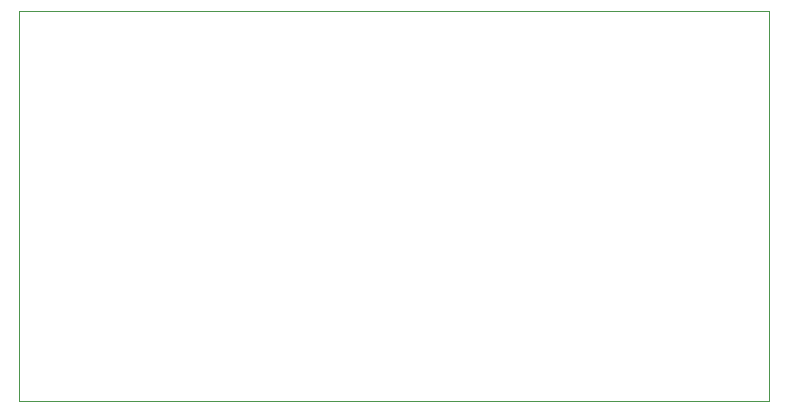
<source format=gm1>
G04 #@! TF.FileFunction,Profile,NP*
%FSLAX46Y46*%
G04 Gerber Fmt 4.6, Leading zero omitted, Abs format (unit mm)*
G04 Created by KiCad (PCBNEW 4.0.6) date 08/14/17 09:10:16*
%MOMM*%
%LPD*%
G01*
G04 APERTURE LIST*
%ADD10C,0.100000*%
G04 APERTURE END LIST*
D10*
X175260000Y-123190000D02*
X175260000Y-156210000D01*
X111760000Y-123190000D02*
X111760000Y-156210000D01*
X111760000Y-156210000D02*
X175260000Y-156210000D01*
X111760000Y-123190000D02*
X175260000Y-123190000D01*
M02*

</source>
